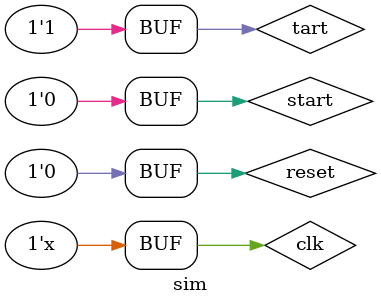
<source format=v>
`timescale 1ns / 1ps


module sim;
    
    reg clk,reset,start;
     wire [31 : 0] out;
    
    initial
    begin
    clk =0;
    reset = 1;
    
    start =0;
     #10 reset = 0;
     #4start =1;
     #4 start=0;
    end
    
    always #0.5 clk = ~clk;
    
    
     top xxx(
      clk,
      reset,
      start,
      out
    );
endmodule

</source>
